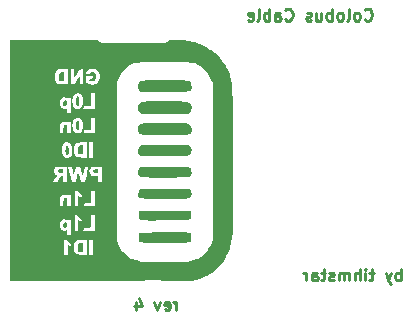
<source format=gbr>
%TF.GenerationSoftware,KiCad,Pcbnew,8.0.7*%
%TF.CreationDate,2025-04-15T10:47:43+02:00*%
%TF.ProjectId,colobus_hardware,636f6c6f-6275-4735-9f68-617264776172,rev?*%
%TF.SameCoordinates,Original*%
%TF.FileFunction,Legend,Bot*%
%TF.FilePolarity,Positive*%
%FSLAX46Y46*%
G04 Gerber Fmt 4.6, Leading zero omitted, Abs format (unit mm)*
G04 Created by KiCad (PCBNEW 8.0.7) date 2025-04-15 10:47:43*
%MOMM*%
%LPD*%
G01*
G04 APERTURE LIST*
%ADD10C,0.250000*%
%ADD11C,0.000000*%
G04 APERTURE END LIST*
D10*
X141026003Y-102769380D02*
X141073622Y-102817000D01*
X141073622Y-102817000D02*
X141216479Y-102864619D01*
X141216479Y-102864619D02*
X141311717Y-102864619D01*
X141311717Y-102864619D02*
X141454574Y-102817000D01*
X141454574Y-102817000D02*
X141549812Y-102721761D01*
X141549812Y-102721761D02*
X141597431Y-102626523D01*
X141597431Y-102626523D02*
X141645050Y-102436047D01*
X141645050Y-102436047D02*
X141645050Y-102293190D01*
X141645050Y-102293190D02*
X141597431Y-102102714D01*
X141597431Y-102102714D02*
X141549812Y-102007476D01*
X141549812Y-102007476D02*
X141454574Y-101912238D01*
X141454574Y-101912238D02*
X141311717Y-101864619D01*
X141311717Y-101864619D02*
X141216479Y-101864619D01*
X141216479Y-101864619D02*
X141073622Y-101912238D01*
X141073622Y-101912238D02*
X141026003Y-101959857D01*
X140454574Y-102864619D02*
X140549812Y-102817000D01*
X140549812Y-102817000D02*
X140597431Y-102769380D01*
X140597431Y-102769380D02*
X140645050Y-102674142D01*
X140645050Y-102674142D02*
X140645050Y-102388428D01*
X140645050Y-102388428D02*
X140597431Y-102293190D01*
X140597431Y-102293190D02*
X140549812Y-102245571D01*
X140549812Y-102245571D02*
X140454574Y-102197952D01*
X140454574Y-102197952D02*
X140311717Y-102197952D01*
X140311717Y-102197952D02*
X140216479Y-102245571D01*
X140216479Y-102245571D02*
X140168860Y-102293190D01*
X140168860Y-102293190D02*
X140121241Y-102388428D01*
X140121241Y-102388428D02*
X140121241Y-102674142D01*
X140121241Y-102674142D02*
X140168860Y-102769380D01*
X140168860Y-102769380D02*
X140216479Y-102817000D01*
X140216479Y-102817000D02*
X140311717Y-102864619D01*
X140311717Y-102864619D02*
X140454574Y-102864619D01*
X139549812Y-102864619D02*
X139645050Y-102817000D01*
X139645050Y-102817000D02*
X139692669Y-102721761D01*
X139692669Y-102721761D02*
X139692669Y-101864619D01*
X139026002Y-102864619D02*
X139121240Y-102817000D01*
X139121240Y-102817000D02*
X139168859Y-102769380D01*
X139168859Y-102769380D02*
X139216478Y-102674142D01*
X139216478Y-102674142D02*
X139216478Y-102388428D01*
X139216478Y-102388428D02*
X139168859Y-102293190D01*
X139168859Y-102293190D02*
X139121240Y-102245571D01*
X139121240Y-102245571D02*
X139026002Y-102197952D01*
X139026002Y-102197952D02*
X138883145Y-102197952D01*
X138883145Y-102197952D02*
X138787907Y-102245571D01*
X138787907Y-102245571D02*
X138740288Y-102293190D01*
X138740288Y-102293190D02*
X138692669Y-102388428D01*
X138692669Y-102388428D02*
X138692669Y-102674142D01*
X138692669Y-102674142D02*
X138740288Y-102769380D01*
X138740288Y-102769380D02*
X138787907Y-102817000D01*
X138787907Y-102817000D02*
X138883145Y-102864619D01*
X138883145Y-102864619D02*
X139026002Y-102864619D01*
X138264097Y-102864619D02*
X138264097Y-101864619D01*
X138264097Y-102245571D02*
X138168859Y-102197952D01*
X138168859Y-102197952D02*
X137978383Y-102197952D01*
X137978383Y-102197952D02*
X137883145Y-102245571D01*
X137883145Y-102245571D02*
X137835526Y-102293190D01*
X137835526Y-102293190D02*
X137787907Y-102388428D01*
X137787907Y-102388428D02*
X137787907Y-102674142D01*
X137787907Y-102674142D02*
X137835526Y-102769380D01*
X137835526Y-102769380D02*
X137883145Y-102817000D01*
X137883145Y-102817000D02*
X137978383Y-102864619D01*
X137978383Y-102864619D02*
X138168859Y-102864619D01*
X138168859Y-102864619D02*
X138264097Y-102817000D01*
X136930764Y-102197952D02*
X136930764Y-102864619D01*
X137359335Y-102197952D02*
X137359335Y-102721761D01*
X137359335Y-102721761D02*
X137311716Y-102817000D01*
X137311716Y-102817000D02*
X137216478Y-102864619D01*
X137216478Y-102864619D02*
X137073621Y-102864619D01*
X137073621Y-102864619D02*
X136978383Y-102817000D01*
X136978383Y-102817000D02*
X136930764Y-102769380D01*
X136502192Y-102817000D02*
X136406954Y-102864619D01*
X136406954Y-102864619D02*
X136216478Y-102864619D01*
X136216478Y-102864619D02*
X136121240Y-102817000D01*
X136121240Y-102817000D02*
X136073621Y-102721761D01*
X136073621Y-102721761D02*
X136073621Y-102674142D01*
X136073621Y-102674142D02*
X136121240Y-102578904D01*
X136121240Y-102578904D02*
X136216478Y-102531285D01*
X136216478Y-102531285D02*
X136359335Y-102531285D01*
X136359335Y-102531285D02*
X136454573Y-102483666D01*
X136454573Y-102483666D02*
X136502192Y-102388428D01*
X136502192Y-102388428D02*
X136502192Y-102340809D01*
X136502192Y-102340809D02*
X136454573Y-102245571D01*
X136454573Y-102245571D02*
X136359335Y-102197952D01*
X136359335Y-102197952D02*
X136216478Y-102197952D01*
X136216478Y-102197952D02*
X136121240Y-102245571D01*
X134311716Y-102769380D02*
X134359335Y-102817000D01*
X134359335Y-102817000D02*
X134502192Y-102864619D01*
X134502192Y-102864619D02*
X134597430Y-102864619D01*
X134597430Y-102864619D02*
X134740287Y-102817000D01*
X134740287Y-102817000D02*
X134835525Y-102721761D01*
X134835525Y-102721761D02*
X134883144Y-102626523D01*
X134883144Y-102626523D02*
X134930763Y-102436047D01*
X134930763Y-102436047D02*
X134930763Y-102293190D01*
X134930763Y-102293190D02*
X134883144Y-102102714D01*
X134883144Y-102102714D02*
X134835525Y-102007476D01*
X134835525Y-102007476D02*
X134740287Y-101912238D01*
X134740287Y-101912238D02*
X134597430Y-101864619D01*
X134597430Y-101864619D02*
X134502192Y-101864619D01*
X134502192Y-101864619D02*
X134359335Y-101912238D01*
X134359335Y-101912238D02*
X134311716Y-101959857D01*
X133454573Y-102864619D02*
X133454573Y-102340809D01*
X133454573Y-102340809D02*
X133502192Y-102245571D01*
X133502192Y-102245571D02*
X133597430Y-102197952D01*
X133597430Y-102197952D02*
X133787906Y-102197952D01*
X133787906Y-102197952D02*
X133883144Y-102245571D01*
X133454573Y-102817000D02*
X133549811Y-102864619D01*
X133549811Y-102864619D02*
X133787906Y-102864619D01*
X133787906Y-102864619D02*
X133883144Y-102817000D01*
X133883144Y-102817000D02*
X133930763Y-102721761D01*
X133930763Y-102721761D02*
X133930763Y-102626523D01*
X133930763Y-102626523D02*
X133883144Y-102531285D01*
X133883144Y-102531285D02*
X133787906Y-102483666D01*
X133787906Y-102483666D02*
X133549811Y-102483666D01*
X133549811Y-102483666D02*
X133454573Y-102436047D01*
X132978382Y-102864619D02*
X132978382Y-101864619D01*
X132978382Y-102245571D02*
X132883144Y-102197952D01*
X132883144Y-102197952D02*
X132692668Y-102197952D01*
X132692668Y-102197952D02*
X132597430Y-102245571D01*
X132597430Y-102245571D02*
X132549811Y-102293190D01*
X132549811Y-102293190D02*
X132502192Y-102388428D01*
X132502192Y-102388428D02*
X132502192Y-102674142D01*
X132502192Y-102674142D02*
X132549811Y-102769380D01*
X132549811Y-102769380D02*
X132597430Y-102817000D01*
X132597430Y-102817000D02*
X132692668Y-102864619D01*
X132692668Y-102864619D02*
X132883144Y-102864619D01*
X132883144Y-102864619D02*
X132978382Y-102817000D01*
X131930763Y-102864619D02*
X132026001Y-102817000D01*
X132026001Y-102817000D02*
X132073620Y-102721761D01*
X132073620Y-102721761D02*
X132073620Y-101864619D01*
X131168858Y-102817000D02*
X131264096Y-102864619D01*
X131264096Y-102864619D02*
X131454572Y-102864619D01*
X131454572Y-102864619D02*
X131549810Y-102817000D01*
X131549810Y-102817000D02*
X131597429Y-102721761D01*
X131597429Y-102721761D02*
X131597429Y-102340809D01*
X131597429Y-102340809D02*
X131549810Y-102245571D01*
X131549810Y-102245571D02*
X131454572Y-102197952D01*
X131454572Y-102197952D02*
X131264096Y-102197952D01*
X131264096Y-102197952D02*
X131168858Y-102245571D01*
X131168858Y-102245571D02*
X131121239Y-102340809D01*
X131121239Y-102340809D02*
X131121239Y-102436047D01*
X131121239Y-102436047D02*
X131597429Y-102531285D01*
X144097431Y-124864619D02*
X144097431Y-123864619D01*
X144097431Y-124245571D02*
X144002193Y-124197952D01*
X144002193Y-124197952D02*
X143811717Y-124197952D01*
X143811717Y-124197952D02*
X143716479Y-124245571D01*
X143716479Y-124245571D02*
X143668860Y-124293190D01*
X143668860Y-124293190D02*
X143621241Y-124388428D01*
X143621241Y-124388428D02*
X143621241Y-124674142D01*
X143621241Y-124674142D02*
X143668860Y-124769380D01*
X143668860Y-124769380D02*
X143716479Y-124817000D01*
X143716479Y-124817000D02*
X143811717Y-124864619D01*
X143811717Y-124864619D02*
X144002193Y-124864619D01*
X144002193Y-124864619D02*
X144097431Y-124817000D01*
X143287907Y-124197952D02*
X143049812Y-124864619D01*
X142811717Y-124197952D02*
X143049812Y-124864619D01*
X143049812Y-124864619D02*
X143145050Y-125102714D01*
X143145050Y-125102714D02*
X143192669Y-125150333D01*
X143192669Y-125150333D02*
X143287907Y-125197952D01*
X141811716Y-124197952D02*
X141430764Y-124197952D01*
X141668859Y-123864619D02*
X141668859Y-124721761D01*
X141668859Y-124721761D02*
X141621240Y-124817000D01*
X141621240Y-124817000D02*
X141526002Y-124864619D01*
X141526002Y-124864619D02*
X141430764Y-124864619D01*
X141097430Y-124864619D02*
X141097430Y-124197952D01*
X141097430Y-123864619D02*
X141145049Y-123912238D01*
X141145049Y-123912238D02*
X141097430Y-123959857D01*
X141097430Y-123959857D02*
X141049811Y-123912238D01*
X141049811Y-123912238D02*
X141097430Y-123864619D01*
X141097430Y-123864619D02*
X141097430Y-123959857D01*
X140621240Y-124864619D02*
X140621240Y-123864619D01*
X140192669Y-124864619D02*
X140192669Y-124340809D01*
X140192669Y-124340809D02*
X140240288Y-124245571D01*
X140240288Y-124245571D02*
X140335526Y-124197952D01*
X140335526Y-124197952D02*
X140478383Y-124197952D01*
X140478383Y-124197952D02*
X140573621Y-124245571D01*
X140573621Y-124245571D02*
X140621240Y-124293190D01*
X139716478Y-124864619D02*
X139716478Y-124197952D01*
X139716478Y-124293190D02*
X139668859Y-124245571D01*
X139668859Y-124245571D02*
X139573621Y-124197952D01*
X139573621Y-124197952D02*
X139430764Y-124197952D01*
X139430764Y-124197952D02*
X139335526Y-124245571D01*
X139335526Y-124245571D02*
X139287907Y-124340809D01*
X139287907Y-124340809D02*
X139287907Y-124864619D01*
X139287907Y-124340809D02*
X139240288Y-124245571D01*
X139240288Y-124245571D02*
X139145050Y-124197952D01*
X139145050Y-124197952D02*
X139002193Y-124197952D01*
X139002193Y-124197952D02*
X138906954Y-124245571D01*
X138906954Y-124245571D02*
X138859335Y-124340809D01*
X138859335Y-124340809D02*
X138859335Y-124864619D01*
X138430764Y-124817000D02*
X138335526Y-124864619D01*
X138335526Y-124864619D02*
X138145050Y-124864619D01*
X138145050Y-124864619D02*
X138049812Y-124817000D01*
X138049812Y-124817000D02*
X138002193Y-124721761D01*
X138002193Y-124721761D02*
X138002193Y-124674142D01*
X138002193Y-124674142D02*
X138049812Y-124578904D01*
X138049812Y-124578904D02*
X138145050Y-124531285D01*
X138145050Y-124531285D02*
X138287907Y-124531285D01*
X138287907Y-124531285D02*
X138383145Y-124483666D01*
X138383145Y-124483666D02*
X138430764Y-124388428D01*
X138430764Y-124388428D02*
X138430764Y-124340809D01*
X138430764Y-124340809D02*
X138383145Y-124245571D01*
X138383145Y-124245571D02*
X138287907Y-124197952D01*
X138287907Y-124197952D02*
X138145050Y-124197952D01*
X138145050Y-124197952D02*
X138049812Y-124245571D01*
X137716478Y-124197952D02*
X137335526Y-124197952D01*
X137573621Y-123864619D02*
X137573621Y-124721761D01*
X137573621Y-124721761D02*
X137526002Y-124817000D01*
X137526002Y-124817000D02*
X137430764Y-124864619D01*
X137430764Y-124864619D02*
X137335526Y-124864619D01*
X136573621Y-124864619D02*
X136573621Y-124340809D01*
X136573621Y-124340809D02*
X136621240Y-124245571D01*
X136621240Y-124245571D02*
X136716478Y-124197952D01*
X136716478Y-124197952D02*
X136906954Y-124197952D01*
X136906954Y-124197952D02*
X137002192Y-124245571D01*
X136573621Y-124817000D02*
X136668859Y-124864619D01*
X136668859Y-124864619D02*
X136906954Y-124864619D01*
X136906954Y-124864619D02*
X137002192Y-124817000D01*
X137002192Y-124817000D02*
X137049811Y-124721761D01*
X137049811Y-124721761D02*
X137049811Y-124626523D01*
X137049811Y-124626523D02*
X137002192Y-124531285D01*
X137002192Y-124531285D02*
X136906954Y-124483666D01*
X136906954Y-124483666D02*
X136668859Y-124483666D01*
X136668859Y-124483666D02*
X136573621Y-124436047D01*
X136097430Y-124864619D02*
X136097430Y-124197952D01*
X136097430Y-124388428D02*
X136049811Y-124293190D01*
X136049811Y-124293190D02*
X136002192Y-124245571D01*
X136002192Y-124245571D02*
X135906954Y-124197952D01*
X135906954Y-124197952D02*
X135811716Y-124197952D01*
X125097431Y-127364619D02*
X125097431Y-126697952D01*
X125097431Y-126888428D02*
X125049812Y-126793190D01*
X125049812Y-126793190D02*
X125002193Y-126745571D01*
X125002193Y-126745571D02*
X124906955Y-126697952D01*
X124906955Y-126697952D02*
X124811717Y-126697952D01*
X124097431Y-127317000D02*
X124192669Y-127364619D01*
X124192669Y-127364619D02*
X124383145Y-127364619D01*
X124383145Y-127364619D02*
X124478383Y-127317000D01*
X124478383Y-127317000D02*
X124526002Y-127221761D01*
X124526002Y-127221761D02*
X124526002Y-126840809D01*
X124526002Y-126840809D02*
X124478383Y-126745571D01*
X124478383Y-126745571D02*
X124383145Y-126697952D01*
X124383145Y-126697952D02*
X124192669Y-126697952D01*
X124192669Y-126697952D02*
X124097431Y-126745571D01*
X124097431Y-126745571D02*
X124049812Y-126840809D01*
X124049812Y-126840809D02*
X124049812Y-126936047D01*
X124049812Y-126936047D02*
X124526002Y-127031285D01*
X123716478Y-126697952D02*
X123478383Y-127364619D01*
X123478383Y-127364619D02*
X123240288Y-126697952D01*
X121668859Y-126697952D02*
X121668859Y-127364619D01*
X121906954Y-126317000D02*
X122145049Y-127031285D01*
X122145049Y-127031285D02*
X121526002Y-127031285D01*
D11*
%TO.C,G\u002A\u002A\u002A*%
G36*
X118442049Y-115623274D02*
G01*
X118436931Y-115729889D01*
X118411629Y-115792129D01*
X118355218Y-115807774D01*
X118324024Y-115806752D01*
X118182659Y-115775916D01*
X118078648Y-115712839D01*
X118038163Y-115632028D01*
X118040825Y-115585131D01*
X118066156Y-115533608D01*
X118136607Y-115500335D01*
X118274105Y-115470281D01*
X118442049Y-115438775D01*
X118442049Y-115623274D01*
G37*
G36*
X115479659Y-115456926D02*
G01*
X115517255Y-115500111D01*
X115525088Y-115605831D01*
X115524888Y-115640622D01*
X115513544Y-115724778D01*
X115465463Y-115757424D01*
X115354160Y-115762898D01*
X115281446Y-115759100D01*
X115142861Y-115723714D01*
X115061967Y-115659192D01*
X115054549Y-115575412D01*
X115089774Y-115526410D01*
X115211077Y-115469757D01*
X115401678Y-115449376D01*
X115479659Y-115456926D01*
G37*
G36*
X115749447Y-109622949D02*
G01*
X115811983Y-109685826D01*
X115815183Y-109694572D01*
X115838211Y-109828409D01*
X115826599Y-109963405D01*
X115783651Y-110056349D01*
X115755109Y-110080191D01*
X115661455Y-110104689D01*
X115575998Y-110063773D01*
X115513467Y-109975474D01*
X115488592Y-109857820D01*
X115516099Y-109728840D01*
X115562869Y-109665456D01*
X115655424Y-109617756D01*
X115749447Y-109622949D01*
G37*
G36*
X115749447Y-119944504D02*
G01*
X115811983Y-120007381D01*
X115815183Y-120016126D01*
X115838211Y-120149963D01*
X115826599Y-120284959D01*
X115783651Y-120377904D01*
X115755109Y-120401746D01*
X115661455Y-120426244D01*
X115575998Y-120385328D01*
X115513467Y-120297028D01*
X115488592Y-120179374D01*
X115516099Y-120050395D01*
X115562869Y-119987011D01*
X115655424Y-119939311D01*
X115749447Y-119944504D01*
G37*
G36*
X115570558Y-107210095D02*
G01*
X115601936Y-107271663D01*
X115613309Y-107395523D01*
X115614841Y-107595406D01*
X115614841Y-107999293D01*
X115414476Y-107999293D01*
X115394587Y-107999120D01*
X115257632Y-107980094D01*
X115174128Y-107918949D01*
X115132680Y-107800503D01*
X115121889Y-107609576D01*
X115127844Y-107466333D01*
X115157945Y-107351551D01*
X115226676Y-107282559D01*
X115348442Y-107235576D01*
X115407126Y-107218917D01*
X115509009Y-107197089D01*
X115570558Y-107210095D01*
G37*
G36*
X115906537Y-113449125D02*
G01*
X115912762Y-113458453D01*
X115945876Y-113560397D01*
X115967617Y-113714303D01*
X115976185Y-113888005D01*
X115969783Y-114049332D01*
X115946612Y-114166118D01*
X115897521Y-114226007D01*
X115821590Y-114224325D01*
X115751049Y-114150300D01*
X115718704Y-114038637D01*
X115704999Y-113877569D01*
X115709972Y-113702984D01*
X115732612Y-113548848D01*
X115771908Y-113449125D01*
X115812463Y-113399831D01*
X115852561Y-113388697D01*
X115906537Y-113449125D01*
G37*
G36*
X116804064Y-109320503D02*
G01*
X116810288Y-109329831D01*
X116843403Y-109431775D01*
X116865143Y-109585682D01*
X116873711Y-109759383D01*
X116867309Y-109920710D01*
X116844139Y-110037496D01*
X116795047Y-110097385D01*
X116719116Y-110095703D01*
X116648575Y-110021678D01*
X116616230Y-109910015D01*
X116602526Y-109748947D01*
X116607498Y-109574362D01*
X116630138Y-109420226D01*
X116669435Y-109320503D01*
X116709989Y-109271209D01*
X116750088Y-109260075D01*
X116804064Y-109320503D01*
G37*
G36*
X116804064Y-111384814D02*
G01*
X116810288Y-111394142D01*
X116843403Y-111496086D01*
X116865143Y-111649992D01*
X116873711Y-111823694D01*
X116867309Y-111985021D01*
X116844139Y-112101807D01*
X116795047Y-112161696D01*
X116719116Y-112160014D01*
X116648575Y-112085989D01*
X116616230Y-111974326D01*
X116602526Y-111813258D01*
X116607498Y-111638673D01*
X116630138Y-111484537D01*
X116669435Y-111384814D01*
X116709989Y-111335520D01*
X116750088Y-111324386D01*
X116804064Y-111384814D01*
G37*
G36*
X117186105Y-113403027D02*
G01*
X117217484Y-113464596D01*
X117228857Y-113588456D01*
X117230389Y-113788339D01*
X117230389Y-114192226D01*
X117030024Y-114192226D01*
X117010134Y-114192053D01*
X116873179Y-114173027D01*
X116789676Y-114111881D01*
X116748228Y-113993436D01*
X116737436Y-113802509D01*
X116743392Y-113659266D01*
X116773493Y-113544484D01*
X116842224Y-113475491D01*
X116963990Y-113428509D01*
X117022673Y-113411850D01*
X117124557Y-113390022D01*
X117186105Y-113403027D01*
G37*
G36*
X117186105Y-121660271D02*
G01*
X117217484Y-121721839D01*
X117228857Y-121845700D01*
X117230389Y-122045583D01*
X117230389Y-122449470D01*
X117030024Y-122449470D01*
X117010134Y-122449296D01*
X116873179Y-122430271D01*
X116789676Y-122369125D01*
X116748228Y-122250679D01*
X116737436Y-122059752D01*
X116743392Y-121916510D01*
X116773493Y-121801728D01*
X116842224Y-121732735D01*
X116963990Y-121685753D01*
X117022673Y-121669093D01*
X117124557Y-121647266D01*
X117186105Y-121660271D01*
G37*
G36*
X126330853Y-119313859D02*
G01*
X126330900Y-119315111D01*
X126334708Y-119492948D01*
X126327140Y-119601611D01*
X126304611Y-119661228D01*
X126263538Y-119691927D01*
X126200442Y-119704072D01*
X126061210Y-119718130D01*
X125863012Y-119732319D01*
X125621670Y-119745514D01*
X125353004Y-119756591D01*
X125292553Y-119758623D01*
X124973990Y-119767712D01*
X124600298Y-119776302D01*
X124199809Y-119783850D01*
X123800850Y-119789807D01*
X123431754Y-119793629D01*
X123163990Y-119795136D01*
X122860778Y-119794745D01*
X122625758Y-119790905D01*
X122446418Y-119782999D01*
X122310243Y-119770409D01*
X122204720Y-119752516D01*
X122117337Y-119728703D01*
X121893958Y-119655640D01*
X121906961Y-119313597D01*
X121919965Y-118971555D01*
X124118905Y-118971555D01*
X126317845Y-118971555D01*
X126330853Y-119313859D01*
G37*
G36*
X126269353Y-113515685D02*
G01*
X126333659Y-113588651D01*
X126374547Y-113691469D01*
X126385159Y-113843988D01*
X126385102Y-113857874D01*
X126363971Y-114064936D01*
X126301172Y-114202279D01*
X126191501Y-114281666D01*
X126152581Y-114287768D01*
X126028576Y-114295710D01*
X125831416Y-114303051D01*
X125570669Y-114309599D01*
X125255904Y-114315160D01*
X124896693Y-114319545D01*
X124502604Y-114322559D01*
X124083208Y-114324011D01*
X122072952Y-114326855D01*
X121957513Y-114211417D01*
X121920024Y-114171763D01*
X121871610Y-114095764D01*
X121855444Y-113999879D01*
X121862495Y-113849739D01*
X121868504Y-113790803D01*
X121908246Y-113618936D01*
X121981220Y-113505196D01*
X121997469Y-113489330D01*
X122023542Y-113468836D01*
X122058741Y-113452056D01*
X122111128Y-113438617D01*
X122188766Y-113428150D01*
X122299719Y-113420283D01*
X122452048Y-113414644D01*
X122653816Y-113410863D01*
X122913087Y-113408568D01*
X123237921Y-113407389D01*
X123636384Y-113406953D01*
X124116536Y-113406891D01*
X126153547Y-113406891D01*
X126269353Y-113515685D01*
G37*
G36*
X124961527Y-120798400D02*
G01*
X125329009Y-120800051D01*
X125650929Y-120803079D01*
X125918452Y-120807379D01*
X126122739Y-120812840D01*
X126254952Y-120819357D01*
X126306254Y-120826820D01*
X126318053Y-120851155D01*
X126335017Y-120950527D01*
X126344207Y-121094661D01*
X126345050Y-121254207D01*
X126336975Y-121399815D01*
X126319410Y-121502136D01*
X126268929Y-121573160D01*
X126169942Y-121635099D01*
X126148303Y-121640119D01*
X126037582Y-121651141D01*
X125853566Y-121660587D01*
X125607886Y-121668450D01*
X125312171Y-121674725D01*
X124978054Y-121679407D01*
X124617163Y-121682487D01*
X124241131Y-121683962D01*
X123861588Y-121683824D01*
X123490165Y-121682068D01*
X123138492Y-121678688D01*
X122818200Y-121673678D01*
X122540920Y-121667031D01*
X122318282Y-121658741D01*
X122161918Y-121648804D01*
X122083458Y-121637212D01*
X122026084Y-121613144D01*
X121955775Y-121556014D01*
X121916319Y-121463645D01*
X121901812Y-121318189D01*
X121906349Y-121101796D01*
X121919965Y-120811484D01*
X124093786Y-120799829D01*
X124125233Y-120799664D01*
X124557323Y-120798235D01*
X124961527Y-120798400D01*
G37*
G36*
X124154418Y-109704606D02*
G01*
X124596327Y-109705189D01*
X124959374Y-109706901D01*
X125252794Y-109710088D01*
X125485823Y-109715095D01*
X125667698Y-109722268D01*
X125807654Y-109731952D01*
X125914928Y-109744494D01*
X125998756Y-109760239D01*
X126068373Y-109779533D01*
X126157767Y-109813360D01*
X126278829Y-109877436D01*
X126344989Y-109937770D01*
X126361378Y-109990949D01*
X126376023Y-110120119D01*
X126376145Y-110276400D01*
X126368240Y-110388221D01*
X126346265Y-110495312D01*
X126298531Y-110566677D01*
X126210236Y-110634242D01*
X126057752Y-110736749D01*
X124094576Y-110736749D01*
X122131400Y-110736749D01*
X121992025Y-110606554D01*
X121921573Y-110532777D01*
X121866610Y-110426380D01*
X121853263Y-110281200D01*
X121853334Y-110267009D01*
X121864025Y-110077023D01*
X121901038Y-109950537D01*
X121976519Y-109863763D01*
X122102617Y-109792913D01*
X122111870Y-109788742D01*
X122165550Y-109767170D01*
X122226210Y-109749625D01*
X122303047Y-109735693D01*
X122405259Y-109724960D01*
X122542042Y-109717014D01*
X122722593Y-109711440D01*
X122956108Y-109707824D01*
X123251786Y-109705754D01*
X123618822Y-109704815D01*
X124066413Y-109704594D01*
X124154418Y-109704606D01*
G37*
G36*
X124627777Y-107911687D02*
G01*
X125065924Y-107915966D01*
X125427176Y-107922967D01*
X125708326Y-107932607D01*
X125906168Y-107944806D01*
X126017495Y-107959484D01*
X126191117Y-108016794D01*
X126308158Y-108106881D01*
X126368219Y-108244891D01*
X126385159Y-108449285D01*
X126383650Y-108550213D01*
X126369878Y-108664788D01*
X126332796Y-108738535D01*
X126261749Y-108801903D01*
X126252062Y-108809013D01*
X126219556Y-108829620D01*
X126179275Y-108846606D01*
X126123022Y-108860327D01*
X126042597Y-108871140D01*
X125929805Y-108879403D01*
X125776446Y-108885471D01*
X125574323Y-108889703D01*
X125315239Y-108892455D01*
X124990995Y-108894083D01*
X124593394Y-108894945D01*
X124114238Y-108895398D01*
X122090138Y-108896820D01*
X121971394Y-108786772D01*
X121958054Y-108774152D01*
X121891486Y-108691477D01*
X121860357Y-108590691D01*
X121852650Y-108436338D01*
X121854422Y-108323272D01*
X121864810Y-108222549D01*
X121891192Y-108139720D01*
X121940944Y-108073035D01*
X122021442Y-108020737D01*
X122140062Y-107981074D01*
X122304179Y-107952293D01*
X122521169Y-107932638D01*
X122798408Y-107920357D01*
X123143271Y-107913695D01*
X123563135Y-107910900D01*
X124065375Y-107910216D01*
X124115941Y-107910209D01*
X124627777Y-107911687D01*
G37*
G36*
X123625546Y-117098903D02*
G01*
X124137285Y-117102173D01*
X124358269Y-117103988D01*
X124819099Y-117109089D01*
X125228510Y-117115490D01*
X125580114Y-117123014D01*
X125867522Y-117131487D01*
X126084345Y-117140735D01*
X126224194Y-117150581D01*
X126280679Y-117160852D01*
X126284753Y-117164503D01*
X126330704Y-117251427D01*
X126363028Y-117390236D01*
X126376155Y-117546154D01*
X126364517Y-117684402D01*
X126321125Y-117780525D01*
X126192451Y-117884451D01*
X126166236Y-117895786D01*
X126110954Y-117911573D01*
X126032507Y-117924465D01*
X125922572Y-117934763D01*
X125772826Y-117942769D01*
X125574944Y-117948784D01*
X125320605Y-117953110D01*
X125001484Y-117956048D01*
X124609258Y-117957900D01*
X124135604Y-117958968D01*
X123795757Y-117959343D01*
X123349490Y-117958899D01*
X122980421Y-117956471D01*
X122680983Y-117951202D01*
X122443608Y-117942234D01*
X122260729Y-117928712D01*
X122124778Y-117909776D01*
X122028187Y-117884571D01*
X121963390Y-117852238D01*
X121922819Y-117811920D01*
X121898906Y-117762761D01*
X121884084Y-117703903D01*
X121882793Y-117697204D01*
X121872023Y-117541122D01*
X121887971Y-117374694D01*
X121925087Y-117231097D01*
X121977822Y-117143510D01*
X122005264Y-117131715D01*
X122072429Y-117120181D01*
X122183434Y-117111137D01*
X122344835Y-117104460D01*
X122563190Y-117100024D01*
X122845056Y-117097702D01*
X123196989Y-117097371D01*
X123625546Y-117098903D01*
G37*
G36*
X124176449Y-111544545D02*
G01*
X124609730Y-111545866D01*
X125003639Y-111549103D01*
X125349782Y-111554071D01*
X125639760Y-111560589D01*
X125865178Y-111568473D01*
X126017640Y-111577540D01*
X126088749Y-111587607D01*
X126132496Y-111605649D01*
X126279938Y-111704805D01*
X126360622Y-111848055D01*
X126385159Y-112052024D01*
X126375756Y-112215238D01*
X126330947Y-112349244D01*
X126234637Y-112438193D01*
X126071025Y-112504863D01*
X126070657Y-112504978D01*
X125997126Y-112521825D01*
X125889821Y-112535718D01*
X125740747Y-112546928D01*
X125541907Y-112555726D01*
X125285305Y-112562385D01*
X124962946Y-112567176D01*
X124566832Y-112570371D01*
X124088968Y-112572242D01*
X124052499Y-112572332D01*
X123609000Y-112573151D01*
X123245379Y-112572989D01*
X122952450Y-112571470D01*
X122721025Y-112568218D01*
X122541917Y-112562856D01*
X122405937Y-112555009D01*
X122303899Y-112544300D01*
X122226614Y-112530355D01*
X122164895Y-112512796D01*
X122109555Y-112491249D01*
X122016711Y-112445539D01*
X121916667Y-112359455D01*
X121867124Y-112236836D01*
X121853263Y-112052303D01*
X121871869Y-111876217D01*
X121948564Y-111723194D01*
X122091306Y-111618720D01*
X122121840Y-111605944D01*
X122178605Y-111589688D01*
X122256407Y-111576526D01*
X122363835Y-111566143D01*
X122509478Y-111558222D01*
X122701925Y-111552449D01*
X122949767Y-111548509D01*
X123261591Y-111546084D01*
X123645988Y-111544861D01*
X124111546Y-111544523D01*
X124176449Y-111544545D01*
G37*
G36*
X123218825Y-115228571D02*
G01*
X123641434Y-115230986D01*
X124146340Y-115234309D01*
X124640866Y-115237016D01*
X125061258Y-115239563D01*
X125406689Y-115243338D01*
X125684602Y-115249782D01*
X125902443Y-115260332D01*
X126067656Y-115276427D01*
X126187685Y-115299507D01*
X126269975Y-115331009D01*
X126321971Y-115372374D01*
X126351116Y-115425039D01*
X126364856Y-115490444D01*
X126370635Y-115570027D01*
X126375897Y-115665227D01*
X126383459Y-115808544D01*
X126373995Y-115902184D01*
X126337464Y-115963553D01*
X126264703Y-116022063D01*
X126128574Y-116092538D01*
X125979307Y-116133631D01*
X125929048Y-116137503D01*
X125786483Y-116142977D01*
X125576805Y-116147691D01*
X125312079Y-116151629D01*
X125004372Y-116154773D01*
X124665750Y-116157106D01*
X124308280Y-116158612D01*
X123944026Y-116159274D01*
X123585057Y-116159075D01*
X123243438Y-116157998D01*
X122931234Y-116156028D01*
X122660514Y-116153146D01*
X122443342Y-116149336D01*
X122291784Y-116144581D01*
X122217908Y-116138864D01*
X122215498Y-116138370D01*
X122083007Y-116086069D01*
X121959680Y-116001004D01*
X121905065Y-115946012D01*
X121866069Y-115878058D01*
X121856961Y-115785473D01*
X121869862Y-115636256D01*
X121878990Y-115543909D01*
X121888649Y-115464855D01*
X121906055Y-115399870D01*
X121938665Y-115347640D01*
X121993932Y-115306848D01*
X122079313Y-115276176D01*
X122202261Y-115254310D01*
X122370231Y-115239933D01*
X122590678Y-115231728D01*
X122871058Y-115228380D01*
X123218825Y-115228571D01*
G37*
G36*
X129795326Y-108236687D02*
G01*
X129807702Y-108348264D01*
X129818483Y-108484858D01*
X129827802Y-108651092D01*
X129835792Y-108851590D01*
X129842585Y-109090977D01*
X129848314Y-109373877D01*
X129853112Y-109704913D01*
X129857112Y-110088709D01*
X129860446Y-110529890D01*
X129863247Y-111033079D01*
X129865647Y-111602900D01*
X129867780Y-112243978D01*
X129869778Y-112960936D01*
X129871774Y-113758399D01*
X129873900Y-114640990D01*
X129874324Y-114817823D01*
X129876307Y-115684704D01*
X129877890Y-116467342D01*
X129879033Y-117170358D01*
X129879695Y-117798370D01*
X129879838Y-118356001D01*
X129879419Y-118847870D01*
X129878401Y-119278597D01*
X129876742Y-119652802D01*
X129874402Y-119975106D01*
X129871341Y-120250129D01*
X129867519Y-120482491D01*
X129862897Y-120676812D01*
X129857433Y-120837712D01*
X129851088Y-120969812D01*
X129843822Y-121077732D01*
X129835595Y-121166092D01*
X129826366Y-121239513D01*
X129816095Y-121302614D01*
X129803304Y-121370736D01*
X129761388Y-121570885D01*
X129718958Y-121745705D01*
X129683490Y-121863568D01*
X129676213Y-121883960D01*
X129631701Y-122046081D01*
X129601942Y-122213224D01*
X129548543Y-122402337D01*
X129441106Y-122592295D01*
X129394076Y-122662504D01*
X129328043Y-122790396D01*
X129302120Y-122886860D01*
X129296134Y-122923042D01*
X129239887Y-123035096D01*
X129139500Y-123158497D01*
X129093531Y-123207434D01*
X128970280Y-123353692D01*
X128871634Y-123489748D01*
X128816080Y-123568162D01*
X128655260Y-123751107D01*
X128459072Y-123934793D01*
X128256900Y-124090504D01*
X128090496Y-124202051D01*
X127896261Y-124327707D01*
X127757194Y-124410109D01*
X127663040Y-124455196D01*
X127603545Y-124468905D01*
X127561461Y-124473951D01*
X127482385Y-124511367D01*
X127477726Y-124515495D01*
X127408463Y-124560984D01*
X127286027Y-124631392D01*
X127133577Y-124713310D01*
X127026275Y-124767179D01*
X126863069Y-124833753D01*
X126710606Y-124866977D01*
X126527746Y-124878037D01*
X126389870Y-124882720D01*
X126151325Y-124897536D01*
X125936396Y-124917707D01*
X125812025Y-124928335D01*
X125571213Y-124937709D01*
X125285764Y-124939997D01*
X124982351Y-124935671D01*
X124687652Y-124925199D01*
X124428342Y-124909051D01*
X124231095Y-124887696D01*
X124230108Y-124887550D01*
X124139701Y-124881487D01*
X123968336Y-124876898D01*
X123724615Y-124873785D01*
X123417137Y-124872155D01*
X123054501Y-124872009D01*
X122645308Y-124873352D01*
X122198157Y-124876187D01*
X121721649Y-124880519D01*
X121224382Y-124886352D01*
X120878509Y-124890626D01*
X120312936Y-124896863D01*
X119682962Y-124903068D01*
X119003573Y-124909128D01*
X118289750Y-124914927D01*
X117556476Y-124920352D01*
X116818735Y-124925288D01*
X116091509Y-124929620D01*
X115389781Y-124933234D01*
X114728534Y-124936014D01*
X110992580Y-124949678D01*
X110992580Y-121417315D01*
X115614841Y-121417315D01*
X115614841Y-122068021D01*
X115614841Y-122718728D01*
X115749470Y-122718728D01*
X115884099Y-122718728D01*
X115884099Y-122271478D01*
X115884099Y-122068021D01*
X116422615Y-122068021D01*
X116422681Y-122082161D01*
X116453927Y-122338324D01*
X116542839Y-122527107D01*
X116690404Y-122650654D01*
X116744639Y-122672471D01*
X116927259Y-122706941D01*
X117183284Y-122718728D01*
X117544523Y-122718728D01*
X117724028Y-122718728D01*
X117881095Y-122718728D01*
X118038163Y-122718728D01*
X118038163Y-122068021D01*
X118038163Y-121417315D01*
X117881095Y-121417315D01*
X117724028Y-121417315D01*
X117724028Y-122068021D01*
X117724028Y-122718728D01*
X117544523Y-122718728D01*
X117544523Y-122068021D01*
X117544523Y-121417315D01*
X117150621Y-121417315D01*
X117052055Y-121419009D01*
X116800830Y-121447932D01*
X116621509Y-121519040D01*
X116504856Y-121640588D01*
X116441636Y-121820831D01*
X116436225Y-121891151D01*
X116422615Y-122068021D01*
X115884099Y-122068021D01*
X115884099Y-121824228D01*
X116041166Y-121916900D01*
X116198233Y-122009572D01*
X116198233Y-121891151D01*
X116164206Y-121786505D01*
X116074882Y-121661336D01*
X115954711Y-121541925D01*
X115828169Y-121452506D01*
X115719727Y-121417315D01*
X115614841Y-121417315D01*
X110992580Y-121417315D01*
X110992580Y-120161617D01*
X115210954Y-120161617D01*
X115226325Y-120324019D01*
X115293834Y-120506019D01*
X115405943Y-120628376D01*
X115552641Y-120681450D01*
X115723917Y-120655601D01*
X115771946Y-120638544D01*
X115818633Y-120638508D01*
X115836403Y-120690186D01*
X115839223Y-120812595D01*
X115840156Y-120900710D01*
X115853933Y-120979660D01*
X115899593Y-121009068D01*
X115996290Y-121013428D01*
X116153357Y-121013428D01*
X116153357Y-120362721D01*
X116153357Y-120003710D01*
X116512367Y-120003710D01*
X116512367Y-120654417D01*
X116646996Y-120654417D01*
X116781625Y-120654417D01*
X117224427Y-120654417D01*
X117698609Y-120654417D01*
X118172792Y-120654417D01*
X118172792Y-120003710D01*
X118172792Y-119353004D01*
X118038163Y-119353004D01*
X117903534Y-119353004D01*
X117903534Y-119826840D01*
X117903534Y-119867115D01*
X117903534Y-120381227D01*
X117578180Y-120394412D01*
X117475474Y-120398905D01*
X117348581Y-120409247D01*
X117280199Y-120429324D01*
X117250242Y-120467218D01*
X117238627Y-120531007D01*
X117224427Y-120654417D01*
X116781625Y-120654417D01*
X116781625Y-120207167D01*
X116781625Y-119759918D01*
X116938693Y-119852589D01*
X117095760Y-119945261D01*
X117095760Y-119826840D01*
X117061733Y-119722194D01*
X116972408Y-119597025D01*
X116852238Y-119477614D01*
X116725695Y-119388195D01*
X116617254Y-119353004D01*
X116512367Y-119353004D01*
X116512367Y-119712014D01*
X116512367Y-120003710D01*
X116153357Y-120003710D01*
X116153357Y-119712014D01*
X116018728Y-119712014D01*
X116017018Y-119712018D01*
X115923084Y-119726144D01*
X115884099Y-119759435D01*
X115856502Y-119773150D01*
X115784361Y-119736997D01*
X115645825Y-119675475D01*
X115493469Y-119692075D01*
X115342131Y-119798315D01*
X115332756Y-119807780D01*
X115255431Y-119903730D01*
X115219659Y-120008301D01*
X115210954Y-120161617D01*
X110992580Y-120161617D01*
X110992580Y-118189425D01*
X115255830Y-118189425D01*
X115255830Y-118590106D01*
X115390459Y-118590106D01*
X115525088Y-118590106D01*
X115525088Y-118284549D01*
X115525128Y-118269387D01*
X115539083Y-118045852D01*
X115579005Y-117906058D01*
X115646157Y-117847577D01*
X115741804Y-117867982D01*
X115749764Y-117872360D01*
X115797208Y-117910555D01*
X115824241Y-117972410D01*
X115836400Y-118079927D01*
X115839223Y-118255113D01*
X115839223Y-118590106D01*
X115996290Y-118590106D01*
X116153357Y-118590106D01*
X116153357Y-118113995D01*
X116153357Y-117939399D01*
X116512367Y-117939399D01*
X116512367Y-118590106D01*
X116646996Y-118590106D01*
X116781625Y-118590106D01*
X117224427Y-118590106D01*
X117698609Y-118590106D01*
X118172792Y-118590106D01*
X118172792Y-117939399D01*
X118172792Y-117288693D01*
X118038163Y-117288693D01*
X117903534Y-117288693D01*
X117903534Y-117762529D01*
X117903534Y-117802804D01*
X117903534Y-118316916D01*
X117578180Y-118330101D01*
X117475474Y-118334594D01*
X117348581Y-118344936D01*
X117280199Y-118365013D01*
X117250242Y-118402907D01*
X117238627Y-118466696D01*
X117224427Y-118590106D01*
X116781625Y-118590106D01*
X116781625Y-118142856D01*
X116781625Y-117695607D01*
X116938693Y-117788278D01*
X117095760Y-117880950D01*
X117095760Y-117762529D01*
X117061733Y-117657883D01*
X116972408Y-117532714D01*
X116852238Y-117413303D01*
X116725695Y-117323884D01*
X116617254Y-117288693D01*
X116512367Y-117288693D01*
X116512367Y-117637884D01*
X116512367Y-117939399D01*
X116153357Y-117939399D01*
X116153357Y-117637884D01*
X115985071Y-117658273D01*
X115968896Y-117659990D01*
X115829287Y-117659094D01*
X115719122Y-117635049D01*
X115617972Y-117612130D01*
X115460529Y-117636149D01*
X115326283Y-117718291D01*
X115303099Y-117749522D01*
X115275130Y-117835326D01*
X115260228Y-117976246D01*
X115255830Y-118189425D01*
X110992580Y-118189425D01*
X110992580Y-116500224D01*
X114627562Y-116500224D01*
X114631308Y-116505485D01*
X114691673Y-116519976D01*
X114802389Y-116525795D01*
X114889524Y-116521618D01*
X114966374Y-116494974D01*
X115035173Y-116427267D01*
X115122105Y-116300005D01*
X115236548Y-116141341D01*
X115361721Y-116024982D01*
X115477262Y-115987279D01*
X115497404Y-116008161D01*
X115517657Y-116102288D01*
X115525088Y-116256537D01*
X115525088Y-116525795D01*
X115682155Y-116525795D01*
X115839223Y-116525795D01*
X115839223Y-115875088D01*
X115839223Y-115258039D01*
X115930674Y-115258039D01*
X115931825Y-115265890D01*
X115948018Y-115342739D01*
X115980268Y-115484862D01*
X116024708Y-115675408D01*
X116072139Y-115875088D01*
X116077469Y-115897527D01*
X116222565Y-116503357D01*
X116387484Y-116517141D01*
X116432573Y-116521352D01*
X116489424Y-116522687D01*
X116530751Y-116505197D01*
X116564262Y-116455298D01*
X116597668Y-116359405D01*
X116638680Y-116203933D01*
X116695007Y-115975297D01*
X116714416Y-115902591D01*
X116750412Y-115793761D01*
X116777705Y-115742882D01*
X116788135Y-115750458D01*
X116820307Y-115821997D01*
X116863773Y-115952909D01*
X116912165Y-116125094D01*
X117016708Y-116525795D01*
X117181703Y-116525795D01*
X117346698Y-116525795D01*
X117490592Y-115908746D01*
X117508936Y-115829804D01*
X117558310Y-115614314D01*
X117562084Y-115597424D01*
X117720406Y-115597424D01*
X117742894Y-115772759D01*
X117834179Y-115922005D01*
X117840900Y-115928641D01*
X117926629Y-115993167D01*
X118032623Y-116024163D01*
X118193190Y-116032156D01*
X118442049Y-116032156D01*
X118442049Y-116278975D01*
X118442049Y-116525795D01*
X118599117Y-116525795D01*
X118756184Y-116525795D01*
X118756184Y-115875088D01*
X118756184Y-115224382D01*
X118350257Y-115224382D01*
X118208632Y-115225221D01*
X118059518Y-115231787D01*
X117962405Y-115248993D01*
X117943671Y-115258039D01*
X117894793Y-115281640D01*
X117834179Y-115334533D01*
X117766713Y-115427550D01*
X117720406Y-115597424D01*
X117562084Y-115597424D01*
X117598137Y-115436052D01*
X117624724Y-115311724D01*
X117634381Y-115258039D01*
X117633672Y-115254791D01*
X117585291Y-115233210D01*
X117484222Y-115224382D01*
X117334169Y-115224382D01*
X117250958Y-115617050D01*
X117167747Y-116009717D01*
X117111978Y-115807774D01*
X117101881Y-115771035D01*
X117052181Y-115586902D01*
X117006940Y-115415106D01*
X116989140Y-115349186D01*
X116952309Y-115263720D01*
X116892665Y-115230184D01*
X116781625Y-115224382D01*
X116720563Y-115225217D01*
X116637546Y-115241201D01*
X116592323Y-115296432D01*
X116556311Y-115415106D01*
X116547216Y-115450116D01*
X116499166Y-115631401D01*
X116451273Y-115807774D01*
X116395504Y-116009717D01*
X116312293Y-115617050D01*
X116229082Y-115224382D01*
X116079029Y-115224382D01*
X116064254Y-115224545D01*
X115968795Y-115235399D01*
X115930674Y-115258039D01*
X115839223Y-115258039D01*
X115839223Y-115224382D01*
X115400445Y-115224382D01*
X115394875Y-115224384D01*
X115143893Y-115231386D01*
X114967286Y-115255835D01*
X114850692Y-115303555D01*
X114779748Y-115380368D01*
X114740091Y-115492097D01*
X114739158Y-115496487D01*
X114743595Y-115664847D01*
X114814036Y-115819126D01*
X114935061Y-115925075D01*
X114964265Y-115940426D01*
X115008180Y-115980158D01*
X114976855Y-116016141D01*
X114955239Y-116034158D01*
X114886662Y-116111893D01*
X114801086Y-116223035D01*
X114717031Y-116341915D01*
X114653016Y-116442867D01*
X114627562Y-116500224D01*
X110992580Y-116500224D01*
X110992580Y-114724309D01*
X110992580Y-113811677D01*
X115397910Y-113811677D01*
X115411730Y-114034969D01*
X115464077Y-114231385D01*
X115555548Y-114374121D01*
X115561480Y-114379709D01*
X115714848Y-114467452D01*
X115886570Y-114483263D01*
X116049393Y-114429948D01*
X116176063Y-114310307D01*
X116216257Y-114232108D01*
X116265538Y-114037969D01*
X116277278Y-113813772D01*
X116276961Y-113810778D01*
X116422615Y-113810778D01*
X116422629Y-113813772D01*
X116422681Y-113824917D01*
X116453927Y-114081081D01*
X116542839Y-114269863D01*
X116690404Y-114393410D01*
X116744639Y-114415227D01*
X116927259Y-114449697D01*
X117183284Y-114461484D01*
X117544523Y-114461484D01*
X117724028Y-114461484D01*
X117881095Y-114461484D01*
X118038163Y-114461484D01*
X118038163Y-113810778D01*
X118038163Y-113160071D01*
X117881095Y-113160071D01*
X117724028Y-113160071D01*
X117724028Y-113810778D01*
X117724028Y-114461484D01*
X117544523Y-114461484D01*
X117544523Y-113810778D01*
X117544523Y-113160071D01*
X117150621Y-113160071D01*
X117052055Y-113161765D01*
X116800830Y-113190688D01*
X116621509Y-113261796D01*
X116504856Y-113383345D01*
X116441636Y-113563587D01*
X116422615Y-113810778D01*
X116276961Y-113810778D01*
X116253363Y-113588179D01*
X116195679Y-113389853D01*
X116106113Y-113247456D01*
X116027682Y-113194961D01*
X115874456Y-113160311D01*
X115712675Y-113178552D01*
X115580617Y-113249531D01*
X115483460Y-113391682D01*
X115422019Y-113588314D01*
X115397910Y-113811677D01*
X110992580Y-113811677D01*
X110992580Y-111996492D01*
X115255830Y-111996492D01*
X115255830Y-112397173D01*
X115390459Y-112397173D01*
X115525088Y-112397173D01*
X115525088Y-112091616D01*
X115525128Y-112076454D01*
X115539083Y-111852919D01*
X115579005Y-111713125D01*
X115646157Y-111654644D01*
X115741804Y-111675049D01*
X115749764Y-111679427D01*
X115797208Y-111717623D01*
X115824241Y-111779477D01*
X115836400Y-111886995D01*
X115839223Y-112062180D01*
X115839223Y-112397173D01*
X115996290Y-112397173D01*
X116153357Y-112397173D01*
X116153357Y-111921062D01*
X116153357Y-111747366D01*
X116295436Y-111747366D01*
X116309256Y-111970658D01*
X116361603Y-112167074D01*
X116453074Y-112309810D01*
X116459007Y-112315398D01*
X116612374Y-112403141D01*
X116784097Y-112418952D01*
X116850609Y-112397173D01*
X117224427Y-112397173D01*
X117698609Y-112397173D01*
X118172792Y-112397173D01*
X118172792Y-111746467D01*
X118172792Y-111095760D01*
X118038163Y-111095760D01*
X117903534Y-111095760D01*
X117903534Y-111609872D01*
X117903534Y-111749461D01*
X117903534Y-112123983D01*
X117578180Y-112137168D01*
X117475474Y-112141662D01*
X117348581Y-112152003D01*
X117280199Y-112172080D01*
X117250242Y-112209974D01*
X117238627Y-112273763D01*
X117224427Y-112397173D01*
X116850609Y-112397173D01*
X116946919Y-112365637D01*
X117073589Y-112245996D01*
X117113783Y-112167797D01*
X117163064Y-111973658D01*
X117174804Y-111749461D01*
X117150889Y-111523869D01*
X117093206Y-111325542D01*
X117003640Y-111183145D01*
X116925208Y-111130650D01*
X116771983Y-111096000D01*
X116610202Y-111114241D01*
X116478143Y-111185220D01*
X116380986Y-111327371D01*
X116344247Y-111444951D01*
X116319546Y-111524003D01*
X116295436Y-111747366D01*
X116153357Y-111747366D01*
X116153357Y-111444951D01*
X115985071Y-111465340D01*
X115968896Y-111467057D01*
X115829287Y-111466161D01*
X115719122Y-111442116D01*
X115617972Y-111419197D01*
X115460529Y-111443216D01*
X115326283Y-111525358D01*
X115303099Y-111556589D01*
X115275130Y-111642393D01*
X115260228Y-111783313D01*
X115255830Y-111996492D01*
X110992580Y-111996492D01*
X110992580Y-109840062D01*
X115210954Y-109840062D01*
X115226325Y-110002464D01*
X115293834Y-110184464D01*
X115405943Y-110306821D01*
X115552641Y-110359895D01*
X115723917Y-110334046D01*
X115771946Y-110316989D01*
X115818633Y-110316953D01*
X115836403Y-110368631D01*
X115839223Y-110491040D01*
X115840156Y-110579155D01*
X115853933Y-110658105D01*
X115899593Y-110687513D01*
X115996290Y-110691873D01*
X116153357Y-110691873D01*
X116153357Y-110041166D01*
X116153357Y-109683056D01*
X116295436Y-109683056D01*
X116309256Y-109906347D01*
X116361603Y-110102763D01*
X116453074Y-110245499D01*
X116459007Y-110251087D01*
X116612374Y-110338830D01*
X116784097Y-110354642D01*
X116850611Y-110332862D01*
X117224427Y-110332862D01*
X117698609Y-110332862D01*
X118172792Y-110332862D01*
X118172792Y-109682156D01*
X118172792Y-109031449D01*
X118038163Y-109031449D01*
X117903534Y-109031449D01*
X117903534Y-109545561D01*
X117903534Y-109685150D01*
X117903534Y-110059672D01*
X117578180Y-110072857D01*
X117475474Y-110077351D01*
X117348581Y-110087692D01*
X117280199Y-110107769D01*
X117250242Y-110145663D01*
X117238627Y-110209452D01*
X117224427Y-110332862D01*
X116850611Y-110332862D01*
X116946919Y-110301326D01*
X117073589Y-110181685D01*
X117113783Y-110103486D01*
X117163064Y-109909347D01*
X117174804Y-109685150D01*
X117150889Y-109459558D01*
X117093206Y-109261231D01*
X117003640Y-109118834D01*
X116925208Y-109066339D01*
X116771983Y-109031690D01*
X116610202Y-109049930D01*
X116478143Y-109120909D01*
X116380986Y-109263060D01*
X116341179Y-109390459D01*
X116319546Y-109459692D01*
X116295436Y-109683056D01*
X116153357Y-109683056D01*
X116153357Y-109390459D01*
X116018728Y-109390459D01*
X116017018Y-109390463D01*
X115923084Y-109404589D01*
X115884099Y-109437880D01*
X115856502Y-109451595D01*
X115784361Y-109415442D01*
X115645825Y-109353920D01*
X115493469Y-109370520D01*
X115342131Y-109476760D01*
X115332756Y-109486226D01*
X115255431Y-109582175D01*
X115219659Y-109686746D01*
X115210954Y-109840062D01*
X110992580Y-109840062D01*
X110992580Y-107617845D01*
X114807067Y-107617845D01*
X114807133Y-107631984D01*
X114838379Y-107888148D01*
X114927292Y-108076930D01*
X115074856Y-108200477D01*
X115129091Y-108222294D01*
X115311711Y-108256764D01*
X115567736Y-108268551D01*
X115928975Y-108268551D01*
X116153357Y-108268551D01*
X116304265Y-108268551D01*
X116373105Y-108264086D01*
X116433746Y-108240147D01*
X116494266Y-108182111D01*
X116569553Y-108075371D01*
X116674495Y-107905319D01*
X116893816Y-107542088D01*
X116906850Y-107905319D01*
X116919884Y-108268551D01*
X117045219Y-108268551D01*
X117137596Y-108260680D01*
X117200471Y-108238634D01*
X117203949Y-108230937D01*
X117214338Y-108153291D01*
X117222731Y-108008347D01*
X117227657Y-107837113D01*
X117409894Y-107837113D01*
X117409967Y-107886880D01*
X117414401Y-108023598D01*
X117433502Y-108103234D01*
X117477989Y-108151537D01*
X117558584Y-108194254D01*
X117767592Y-108264820D01*
X117998041Y-108292054D01*
X118199921Y-108266870D01*
X118308901Y-108220722D01*
X118468133Y-108089003D01*
X118471453Y-108083511D01*
X120057597Y-108083511D01*
X120057597Y-109682156D01*
X120057597Y-111746467D01*
X120057597Y-113810778D01*
X120057597Y-114831588D01*
X120057601Y-115045913D01*
X120057716Y-115875088D01*
X120057726Y-115947426D01*
X120058056Y-116764222D01*
X120058629Y-117500411D01*
X120059200Y-117939399D01*
X120059487Y-118160107D01*
X120060668Y-118747421D01*
X120062212Y-119266466D01*
X120064158Y-119721354D01*
X120065866Y-120003710D01*
X120066547Y-120116196D01*
X120069418Y-120455104D01*
X120072810Y-120742192D01*
X120076764Y-120981570D01*
X120081319Y-121177351D01*
X120086514Y-121333648D01*
X120092389Y-121454571D01*
X120098984Y-121544233D01*
X120106339Y-121606747D01*
X120114492Y-121646224D01*
X120123484Y-121666776D01*
X120163420Y-121735393D01*
X120190799Y-121833829D01*
X120200213Y-121877841D01*
X120254248Y-121937571D01*
X120266458Y-121945217D01*
X120311924Y-122018987D01*
X120325414Y-122068021D01*
X120344305Y-122136690D01*
X120347007Y-122152100D01*
X120390398Y-122280683D01*
X120453812Y-122355611D01*
X120489452Y-122380651D01*
X120585595Y-122462456D01*
X120715384Y-122582156D01*
X120861070Y-122723710D01*
X120872466Y-122735041D01*
X121036625Y-122891367D01*
X121162546Y-122992925D01*
X121268787Y-123052748D01*
X121373905Y-123083869D01*
X121413068Y-123091872D01*
X121565974Y-123127337D01*
X121760737Y-123176390D01*
X121964841Y-123230939D01*
X122027242Y-123248016D01*
X122125319Y-123273237D01*
X122219979Y-123293492D01*
X122321572Y-123309314D01*
X122440451Y-123321237D01*
X122586969Y-123329795D01*
X122771477Y-123335521D01*
X123004329Y-123338947D01*
X123295876Y-123340609D01*
X123656471Y-123341038D01*
X124096466Y-123340768D01*
X124539583Y-123339922D01*
X124916711Y-123337952D01*
X125223897Y-123334480D01*
X125471187Y-123329112D01*
X125668626Y-123321455D01*
X125826260Y-123311118D01*
X125954133Y-123297707D01*
X126062290Y-123280831D01*
X126160777Y-123260096D01*
X126175659Y-123256578D01*
X126357346Y-123210582D01*
X126517752Y-123165054D01*
X126623681Y-123129370D01*
X126732142Y-123094638D01*
X126839734Y-123077739D01*
X126921980Y-123050686D01*
X127050408Y-122969544D01*
X127203785Y-122849388D01*
X127365845Y-122705504D01*
X127520320Y-122553177D01*
X127650943Y-122407691D01*
X127741447Y-122284332D01*
X127775565Y-122198386D01*
X127800138Y-122114350D01*
X127871320Y-122018881D01*
X127917218Y-121965887D01*
X127997605Y-121840921D01*
X128073263Y-121692208D01*
X128180212Y-121451023D01*
X128180212Y-114818694D01*
X128180212Y-108186366D01*
X127930388Y-107691013D01*
X127845189Y-107528162D01*
X127739102Y-107344855D01*
X127653642Y-107221285D01*
X127596111Y-107168856D01*
X127540086Y-107133532D01*
X127481767Y-107043376D01*
X127471880Y-107014956D01*
X127390865Y-106881105D01*
X127278066Y-106781686D01*
X127161264Y-106742756D01*
X127089794Y-106728039D01*
X127029656Y-106675442D01*
X127011129Y-106644221D01*
X126946807Y-106608127D01*
X126912042Y-106600061D01*
X126838469Y-106546291D01*
X126804518Y-106522477D01*
X126695890Y-106484662D01*
X126552497Y-106458861D01*
X126484081Y-106450588D01*
X126288704Y-106421069D01*
X126115901Y-106388023D01*
X126113160Y-106387437D01*
X126015596Y-106376754D01*
X125837950Y-106367060D01*
X125589406Y-106358565D01*
X125279150Y-106351482D01*
X124916364Y-106346023D01*
X124510233Y-106342400D01*
X124069941Y-106340824D01*
X123724939Y-106340715D01*
X123306618Y-106341648D01*
X122963485Y-106344099D01*
X122687005Y-106348335D01*
X122468640Y-106354626D01*
X122299857Y-106363240D01*
X122172118Y-106374444D01*
X122076888Y-106388508D01*
X122005630Y-106405698D01*
X121935457Y-106425091D01*
X121771109Y-106459263D01*
X121638842Y-106473013D01*
X121535680Y-106488872D01*
X121365030Y-106549477D01*
X121177955Y-106641877D01*
X121000013Y-106751547D01*
X120856765Y-106863963D01*
X120773770Y-106964600D01*
X120769812Y-106972323D01*
X120678309Y-107093712D01*
X120559100Y-107193298D01*
X120540144Y-107205348D01*
X120441614Y-107285962D01*
X120388048Y-107360063D01*
X120384814Y-107369281D01*
X120347927Y-107458428D01*
X120285841Y-107597606D01*
X120234915Y-107707345D01*
X120210050Y-107760925D01*
X120057597Y-108083511D01*
X118471453Y-108083511D01*
X118575355Y-107911659D01*
X118629296Y-107707345D01*
X118628682Y-107494713D01*
X118572242Y-107292417D01*
X118458702Y-107119109D01*
X118286791Y-106993442D01*
X118225250Y-106968043D01*
X118014707Y-106928270D01*
X117807136Y-106950008D01*
X117627219Y-107028114D01*
X117499638Y-107157446D01*
X117487582Y-107177936D01*
X117442293Y-107273678D01*
X117434109Y-107329023D01*
X117492872Y-107365059D01*
X117592460Y-107380938D01*
X117689927Y-107373145D01*
X117743485Y-107340173D01*
X117756348Y-107314547D01*
X117848423Y-107238716D01*
X117982227Y-107209310D01*
X118125209Y-107235275D01*
X118224089Y-107298448D01*
X118304040Y-107419721D01*
X118329979Y-107565870D01*
X118308158Y-107718044D01*
X118244827Y-107857394D01*
X118146238Y-107965070D01*
X118018641Y-108022223D01*
X117868288Y-108010004D01*
X117772311Y-107960505D01*
X117729052Y-107896037D01*
X117756271Y-107842277D01*
X117855367Y-107819788D01*
X117931457Y-107815229D01*
X117982572Y-107779740D01*
X117993286Y-107685159D01*
X117993286Y-107550530D01*
X117701590Y-107550530D01*
X117409894Y-107550530D01*
X117409894Y-107585218D01*
X117409894Y-107837113D01*
X117227657Y-107837113D01*
X117228343Y-107813268D01*
X117230389Y-107585218D01*
X117230389Y-106961720D01*
X117062529Y-106975648D01*
X116981655Y-106987182D01*
X116917158Y-107016226D01*
X116853978Y-107077797D01*
X116776688Y-107186946D01*
X116669862Y-107358723D01*
X116445053Y-107727870D01*
X116432087Y-107347504D01*
X116419121Y-106967138D01*
X116286239Y-106967138D01*
X116153357Y-106967138D01*
X116153357Y-107617845D01*
X116153357Y-108268551D01*
X115928975Y-108268551D01*
X115928975Y-107617845D01*
X115928975Y-106967138D01*
X115535074Y-106967138D01*
X115436507Y-106968832D01*
X115185283Y-106997755D01*
X115005961Y-107068863D01*
X114889308Y-107190412D01*
X114826088Y-107370654D01*
X114807067Y-107617845D01*
X110992580Y-107617845D01*
X110992580Y-104498940D01*
X114714666Y-104498940D01*
X114813983Y-104498948D01*
X115571343Y-104499637D01*
X116241527Y-104501426D01*
X116824213Y-104504312D01*
X117319079Y-104508293D01*
X117725806Y-104513362D01*
X118044070Y-104519517D01*
X118273553Y-104526754D01*
X118413931Y-104535069D01*
X118464884Y-104544458D01*
X118477228Y-104558439D01*
X118553795Y-104614288D01*
X118667688Y-104679087D01*
X118697317Y-104693450D01*
X118739795Y-104710025D01*
X118792472Y-104723952D01*
X118862578Y-104735462D01*
X118957346Y-104744785D01*
X119084009Y-104752150D01*
X119249798Y-104757787D01*
X119461946Y-104761926D01*
X119727686Y-104764797D01*
X120054249Y-104766630D01*
X120448868Y-104767654D01*
X120918774Y-104768100D01*
X121471201Y-104768198D01*
X121895029Y-104768148D01*
X122384661Y-104767809D01*
X122797218Y-104766949D01*
X123139931Y-104765338D01*
X123420033Y-104762745D01*
X123644756Y-104758940D01*
X123821332Y-104753695D01*
X123956994Y-104746779D01*
X124058973Y-104737962D01*
X124134503Y-104727014D01*
X124190815Y-104713705D01*
X124235141Y-104697806D01*
X124274715Y-104679087D01*
X124318653Y-104655706D01*
X124422630Y-104591703D01*
X124477519Y-104544458D01*
X124479165Y-104542508D01*
X124542640Y-104524623D01*
X124683109Y-104510878D01*
X124889006Y-104502055D01*
X125148769Y-104498940D01*
X125668308Y-104517543D01*
X126143813Y-104573386D01*
X126556343Y-104664733D01*
X126895464Y-104789849D01*
X127000380Y-104834877D01*
X127146251Y-104883814D01*
X127251109Y-104902827D01*
X127340841Y-104923215D01*
X127474960Y-104984991D01*
X127614672Y-105070142D01*
X127730151Y-105160236D01*
X127791572Y-105236841D01*
X127794465Y-105242850D01*
X127859865Y-105293985D01*
X127970399Y-105330637D01*
X128084208Y-105371911D01*
X128216287Y-105483912D01*
X128216850Y-105484671D01*
X128320699Y-105579874D01*
X128441040Y-105634869D01*
X128548795Y-105681723D01*
X128620343Y-105794881D01*
X128681987Y-105904591D01*
X128782549Y-106004135D01*
X128863365Y-106080269D01*
X128898233Y-106160940D01*
X128920062Y-106218608D01*
X128992995Y-106321115D01*
X129099435Y-106436256D01*
X129191441Y-106531760D01*
X129270634Y-106629910D01*
X129301379Y-106691098D01*
X129324261Y-106784780D01*
X129381139Y-106920514D01*
X129456503Y-107065339D01*
X129534841Y-107186352D01*
X129592455Y-107310913D01*
X129616254Y-107487745D01*
X129616987Y-107519246D01*
X129637819Y-107685790D01*
X129678400Y-107829485D01*
X129680149Y-107833629D01*
X129704880Y-107892210D01*
X129727221Y-107948064D01*
X129747303Y-108005815D01*
X129765259Y-108070086D01*
X129781223Y-108145502D01*
X129787543Y-108186366D01*
X129795326Y-108236687D01*
G37*
%TD*%
M02*

</source>
